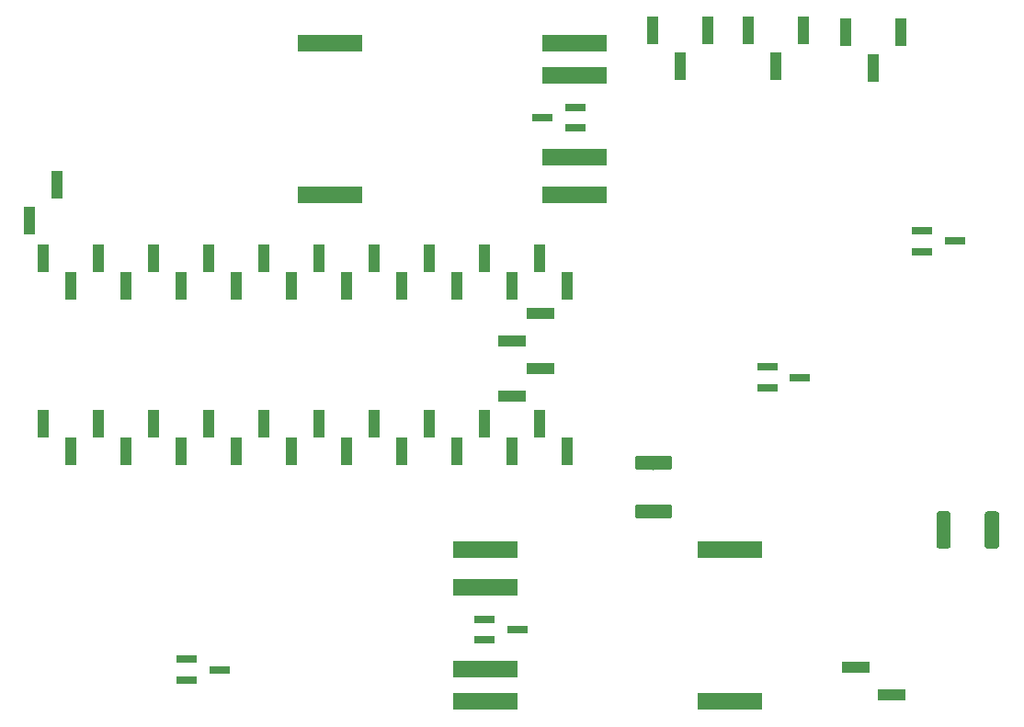
<source format=gbr>
G04 #@! TF.GenerationSoftware,KiCad,Pcbnew,(5.0.2)-1*
G04 #@! TF.CreationDate,2019-08-17T15:57:10+01:00*
G04 #@! TF.ProjectId,SoliCamb Rev 4 PCB,536f6c69-4361-46d6-9220-526576203420,rev?*
G04 #@! TF.SameCoordinates,Original*
G04 #@! TF.FileFunction,Paste,Top*
G04 #@! TF.FilePolarity,Positive*
%FSLAX46Y46*%
G04 Gerber Fmt 4.6, Leading zero omitted, Abs format (unit mm)*
G04 Created by KiCad (PCBNEW (5.0.2)-1) date 8/17/2019 3:57:10 PM*
%MOMM*%
%LPD*%
G01*
G04 APERTURE LIST*
%ADD10C,0.100000*%
%ADD11C,1.300000*%
%ADD12R,1.900000X0.800000*%
%ADD13R,2.510000X1.000000*%
%ADD14R,1.000000X2.510000*%
%ADD15R,6.000000X1.524000*%
%ADD16R,1.050000X2.550000*%
%ADD17R,2.550000X1.050000*%
G04 APERTURE END LIST*
D10*
G04 #@! TO.C,F4*
G36*
X156349504Y-119101204D02*
X156373773Y-119104804D01*
X156397571Y-119110765D01*
X156420671Y-119119030D01*
X156442849Y-119129520D01*
X156463893Y-119142133D01*
X156483598Y-119156747D01*
X156501777Y-119173223D01*
X156518253Y-119191402D01*
X156532867Y-119211107D01*
X156545480Y-119232151D01*
X156555970Y-119254329D01*
X156564235Y-119277429D01*
X156570196Y-119301227D01*
X156573796Y-119325496D01*
X156575000Y-119350000D01*
X156575000Y-122250000D01*
X156573796Y-122274504D01*
X156570196Y-122298773D01*
X156564235Y-122322571D01*
X156555970Y-122345671D01*
X156545480Y-122367849D01*
X156532867Y-122388893D01*
X156518253Y-122408598D01*
X156501777Y-122426777D01*
X156483598Y-122443253D01*
X156463893Y-122457867D01*
X156442849Y-122470480D01*
X156420671Y-122480970D01*
X156397571Y-122489235D01*
X156373773Y-122495196D01*
X156349504Y-122498796D01*
X156325000Y-122500000D01*
X155525000Y-122500000D01*
X155500496Y-122498796D01*
X155476227Y-122495196D01*
X155452429Y-122489235D01*
X155429329Y-122480970D01*
X155407151Y-122470480D01*
X155386107Y-122457867D01*
X155366402Y-122443253D01*
X155348223Y-122426777D01*
X155331747Y-122408598D01*
X155317133Y-122388893D01*
X155304520Y-122367849D01*
X155294030Y-122345671D01*
X155285765Y-122322571D01*
X155279804Y-122298773D01*
X155276204Y-122274504D01*
X155275000Y-122250000D01*
X155275000Y-119350000D01*
X155276204Y-119325496D01*
X155279804Y-119301227D01*
X155285765Y-119277429D01*
X155294030Y-119254329D01*
X155304520Y-119232151D01*
X155317133Y-119211107D01*
X155331747Y-119191402D01*
X155348223Y-119173223D01*
X155366402Y-119156747D01*
X155386107Y-119142133D01*
X155407151Y-119129520D01*
X155429329Y-119119030D01*
X155452429Y-119110765D01*
X155476227Y-119104804D01*
X155500496Y-119101204D01*
X155525000Y-119100000D01*
X156325000Y-119100000D01*
X156349504Y-119101204D01*
X156349504Y-119101204D01*
G37*
D11*
X155925000Y-120800000D03*
D10*
G36*
X151899504Y-119101204D02*
X151923773Y-119104804D01*
X151947571Y-119110765D01*
X151970671Y-119119030D01*
X151992849Y-119129520D01*
X152013893Y-119142133D01*
X152033598Y-119156747D01*
X152051777Y-119173223D01*
X152068253Y-119191402D01*
X152082867Y-119211107D01*
X152095480Y-119232151D01*
X152105970Y-119254329D01*
X152114235Y-119277429D01*
X152120196Y-119301227D01*
X152123796Y-119325496D01*
X152125000Y-119350000D01*
X152125000Y-122250000D01*
X152123796Y-122274504D01*
X152120196Y-122298773D01*
X152114235Y-122322571D01*
X152105970Y-122345671D01*
X152095480Y-122367849D01*
X152082867Y-122388893D01*
X152068253Y-122408598D01*
X152051777Y-122426777D01*
X152033598Y-122443253D01*
X152013893Y-122457867D01*
X151992849Y-122470480D01*
X151970671Y-122480970D01*
X151947571Y-122489235D01*
X151923773Y-122495196D01*
X151899504Y-122498796D01*
X151875000Y-122500000D01*
X151075000Y-122500000D01*
X151050496Y-122498796D01*
X151026227Y-122495196D01*
X151002429Y-122489235D01*
X150979329Y-122480970D01*
X150957151Y-122470480D01*
X150936107Y-122457867D01*
X150916402Y-122443253D01*
X150898223Y-122426777D01*
X150881747Y-122408598D01*
X150867133Y-122388893D01*
X150854520Y-122367849D01*
X150844030Y-122345671D01*
X150835765Y-122322571D01*
X150829804Y-122298773D01*
X150826204Y-122274504D01*
X150825000Y-122250000D01*
X150825000Y-119350000D01*
X150826204Y-119325496D01*
X150829804Y-119301227D01*
X150835765Y-119277429D01*
X150844030Y-119254329D01*
X150854520Y-119232151D01*
X150867133Y-119211107D01*
X150881747Y-119191402D01*
X150898223Y-119173223D01*
X150916402Y-119156747D01*
X150936107Y-119142133D01*
X150957151Y-119129520D01*
X150979329Y-119119030D01*
X151002429Y-119110765D01*
X151026227Y-119104804D01*
X151050496Y-119101204D01*
X151075000Y-119100000D01*
X151875000Y-119100000D01*
X151899504Y-119101204D01*
X151899504Y-119101204D01*
G37*
D11*
X151475000Y-120800000D03*
G04 #@! TD*
D10*
G04 #@! TO.C,F5*
G36*
X126234504Y-113981204D02*
X126258773Y-113984804D01*
X126282571Y-113990765D01*
X126305671Y-113999030D01*
X126327849Y-114009520D01*
X126348893Y-114022133D01*
X126368598Y-114036747D01*
X126386777Y-114053223D01*
X126403253Y-114071402D01*
X126417867Y-114091107D01*
X126430480Y-114112151D01*
X126440970Y-114134329D01*
X126449235Y-114157429D01*
X126455196Y-114181227D01*
X126458796Y-114205496D01*
X126460000Y-114230000D01*
X126460000Y-115030000D01*
X126458796Y-115054504D01*
X126455196Y-115078773D01*
X126449235Y-115102571D01*
X126440970Y-115125671D01*
X126430480Y-115147849D01*
X126417867Y-115168893D01*
X126403253Y-115188598D01*
X126386777Y-115206777D01*
X126368598Y-115223253D01*
X126348893Y-115237867D01*
X126327849Y-115250480D01*
X126305671Y-115260970D01*
X126282571Y-115269235D01*
X126258773Y-115275196D01*
X126234504Y-115278796D01*
X126210000Y-115280000D01*
X123310000Y-115280000D01*
X123285496Y-115278796D01*
X123261227Y-115275196D01*
X123237429Y-115269235D01*
X123214329Y-115260970D01*
X123192151Y-115250480D01*
X123171107Y-115237867D01*
X123151402Y-115223253D01*
X123133223Y-115206777D01*
X123116747Y-115188598D01*
X123102133Y-115168893D01*
X123089520Y-115147849D01*
X123079030Y-115125671D01*
X123070765Y-115102571D01*
X123064804Y-115078773D01*
X123061204Y-115054504D01*
X123060000Y-115030000D01*
X123060000Y-114230000D01*
X123061204Y-114205496D01*
X123064804Y-114181227D01*
X123070765Y-114157429D01*
X123079030Y-114134329D01*
X123089520Y-114112151D01*
X123102133Y-114091107D01*
X123116747Y-114071402D01*
X123133223Y-114053223D01*
X123151402Y-114036747D01*
X123171107Y-114022133D01*
X123192151Y-114009520D01*
X123214329Y-113999030D01*
X123237429Y-113990765D01*
X123261227Y-113984804D01*
X123285496Y-113981204D01*
X123310000Y-113980000D01*
X126210000Y-113980000D01*
X126234504Y-113981204D01*
X126234504Y-113981204D01*
G37*
D11*
X124760000Y-114630000D03*
D10*
G36*
X126234504Y-118431204D02*
X126258773Y-118434804D01*
X126282571Y-118440765D01*
X126305671Y-118449030D01*
X126327849Y-118459520D01*
X126348893Y-118472133D01*
X126368598Y-118486747D01*
X126386777Y-118503223D01*
X126403253Y-118521402D01*
X126417867Y-118541107D01*
X126430480Y-118562151D01*
X126440970Y-118584329D01*
X126449235Y-118607429D01*
X126455196Y-118631227D01*
X126458796Y-118655496D01*
X126460000Y-118680000D01*
X126460000Y-119480000D01*
X126458796Y-119504504D01*
X126455196Y-119528773D01*
X126449235Y-119552571D01*
X126440970Y-119575671D01*
X126430480Y-119597849D01*
X126417867Y-119618893D01*
X126403253Y-119638598D01*
X126386777Y-119656777D01*
X126368598Y-119673253D01*
X126348893Y-119687867D01*
X126327849Y-119700480D01*
X126305671Y-119710970D01*
X126282571Y-119719235D01*
X126258773Y-119725196D01*
X126234504Y-119728796D01*
X126210000Y-119730000D01*
X123310000Y-119730000D01*
X123285496Y-119728796D01*
X123261227Y-119725196D01*
X123237429Y-119719235D01*
X123214329Y-119710970D01*
X123192151Y-119700480D01*
X123171107Y-119687867D01*
X123151402Y-119673253D01*
X123133223Y-119656777D01*
X123116747Y-119638598D01*
X123102133Y-119618893D01*
X123089520Y-119597849D01*
X123079030Y-119575671D01*
X123070765Y-119552571D01*
X123064804Y-119528773D01*
X123061204Y-119504504D01*
X123060000Y-119480000D01*
X123060000Y-118680000D01*
X123061204Y-118655496D01*
X123064804Y-118631227D01*
X123070765Y-118607429D01*
X123079030Y-118584329D01*
X123089520Y-118562151D01*
X123102133Y-118541107D01*
X123116747Y-118521402D01*
X123133223Y-118503223D01*
X123151402Y-118486747D01*
X123171107Y-118472133D01*
X123192151Y-118459520D01*
X123214329Y-118449030D01*
X123237429Y-118440765D01*
X123261227Y-118434804D01*
X123285496Y-118431204D01*
X123310000Y-118430000D01*
X126210000Y-118430000D01*
X126234504Y-118431204D01*
X126234504Y-118431204D01*
G37*
D11*
X124760000Y-119080000D03*
G04 #@! TD*
D12*
G04 #@! TO.C,Q1*
X109200000Y-129050000D03*
X109200000Y-130950000D03*
X112200000Y-130000000D03*
G04 #@! TD*
G04 #@! TO.C,Q2*
X81788000Y-132720000D03*
X81788000Y-134620000D03*
X84788000Y-133670000D03*
G04 #@! TD*
G04 #@! TO.C,Q3*
X152500000Y-94200000D03*
X149500000Y-95150000D03*
X149500000Y-93250000D03*
G04 #@! TD*
D13*
G04 #@! TO.C,J1*
X143390000Y-133460000D03*
X146700000Y-136000000D03*
G04 #@! TD*
D14*
G04 #@! TO.C,J2*
X69850000Y-89023000D03*
X67310000Y-92333000D03*
G04 #@! TD*
D12*
G04 #@! TO.C,Q4*
X114554000Y-82804000D03*
X117554000Y-81854000D03*
X117554000Y-83754000D03*
G04 #@! TD*
G04 #@! TO.C,Q5*
X135235555Y-105792969D03*
X135235555Y-107692969D03*
X138235555Y-106742969D03*
G04 #@! TD*
D14*
G04 #@! TO.C,J9*
X147574000Y-74926000D03*
X142494000Y-74926000D03*
X145034000Y-78236000D03*
G04 #@! TD*
G04 #@! TO.C,J10*
X136017000Y-78109000D03*
X133477000Y-74799000D03*
X138557000Y-74799000D03*
G04 #@! TD*
G04 #@! TO.C,J11*
X129794000Y-74803000D03*
X124714000Y-74803000D03*
X127254000Y-78113000D03*
G04 #@! TD*
D15*
G04 #@! TO.C,U1*
X109300000Y-126100000D03*
X109300000Y-133600000D03*
X109300000Y-136600000D03*
X109300000Y-122600000D03*
X131800000Y-136600000D03*
X131800000Y-122600000D03*
G04 #@! TD*
G04 #@! TO.C,U2*
X94996000Y-89946000D03*
X94996000Y-75946000D03*
X117496000Y-89946000D03*
X117496000Y-75946000D03*
X117496000Y-78946000D03*
X117496000Y-86446000D03*
G04 #@! TD*
D16*
G04 #@! TO.C,U6*
X111760000Y-98298000D03*
X93980000Y-95748000D03*
X86360000Y-98298000D03*
X116840000Y-98298000D03*
X109220000Y-95748000D03*
X81280000Y-98298000D03*
X68580000Y-95748000D03*
X96520000Y-98298000D03*
X71120000Y-98298000D03*
X91440000Y-98298000D03*
X76200000Y-98298000D03*
X114300000Y-95748000D03*
X83820000Y-95748000D03*
X101600000Y-98298000D03*
X73660000Y-95748000D03*
X104140000Y-95748000D03*
X99060000Y-95748000D03*
X78740000Y-95748000D03*
X106680000Y-98298000D03*
X88900000Y-95748000D03*
X111760000Y-113548000D03*
X93980000Y-110993000D03*
X86360000Y-113548000D03*
X116840000Y-113548000D03*
X109220000Y-110993000D03*
X81280000Y-113548000D03*
X68580000Y-110993000D03*
X96520000Y-113548000D03*
X71120000Y-113548000D03*
X91440000Y-113548000D03*
X76200000Y-113548000D03*
X114300000Y-110993000D03*
X83820000Y-110993000D03*
X101600000Y-113548000D03*
X73660000Y-110993000D03*
X104140000Y-110993000D03*
X99060000Y-110993000D03*
X78740000Y-110993000D03*
X106680000Y-113548000D03*
X88900000Y-110993000D03*
D17*
X114310000Y-100838000D03*
X111760000Y-103378000D03*
X114310000Y-105918000D03*
X111760000Y-108458000D03*
G04 #@! TD*
M02*

</source>
